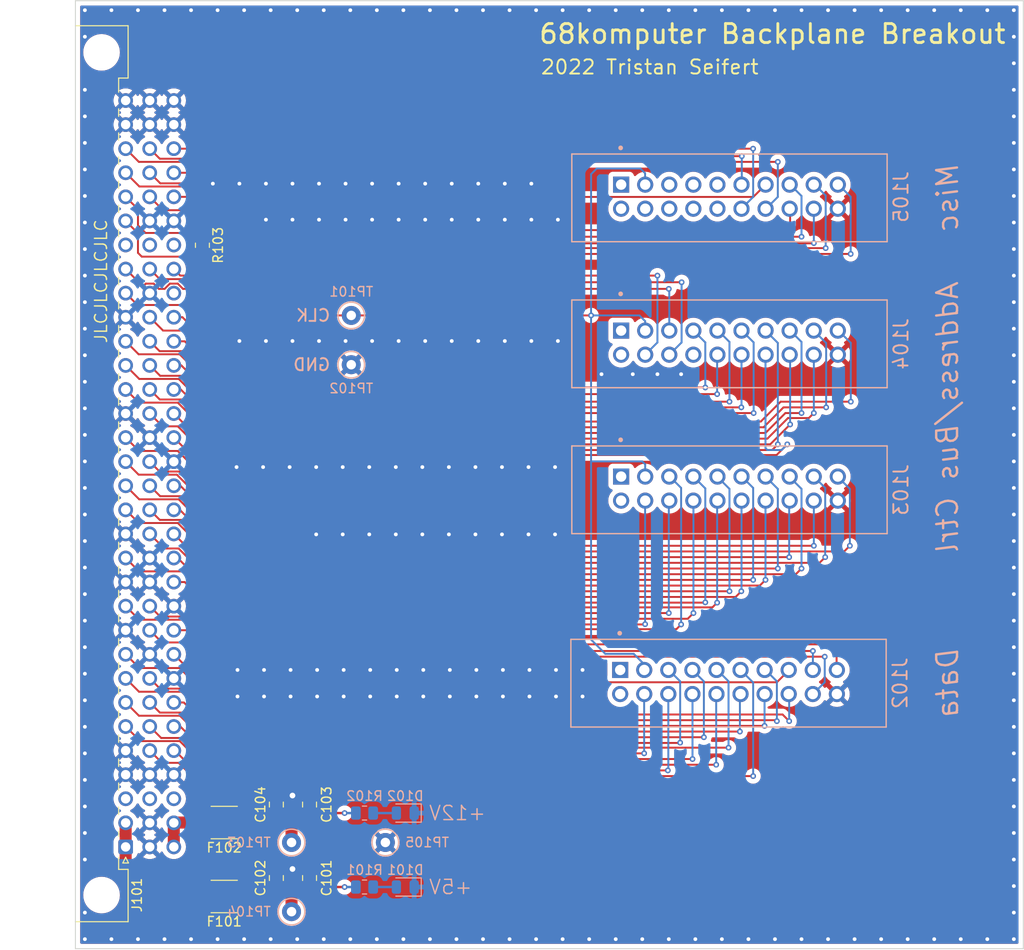
<source format=kicad_pcb>
(kicad_pcb (version 20211014) (generator pcbnew)
  (layers (0 "F.Cu" signal) (31 "B.Cu" signal) (34 "B.Paste" user) (35 "F.Paste" user) (36 "B.SilkS" user "B.Silkscreen") (37 "F.SilkS" user "F.Silkscreen") (38 "B.Mask" user) (39 "F.Mask" user) (44 "Edge.Cuts" user))
  (net 0 "")
  (net 1 "+5V")
  (net 2 "GND")
  (net 3 "+12V")
  (net 4 "Net-(D101-Pad2)")
  (net 5 "Net-(D102-Pad2)")
  (net 6 "Net-(F101-Pad2)")
  (net 7 "Net-(F102-Pad2)")
  (net 8 "/I2C_SCL")
  (net 9 "/D9")
  (net 10 "/D10")
  (net 11 "/D7")
  (net 12 "/D6")
  (net 13 "/D2")
  (net 14 "/A23")
  (net 15 "/A20")
  (net 16 "/A13")
  (net 17 "/A14")
  (net 18 "/A11")
  (net 19 "/A7")
  (net 20 "/A5")
  (net 21 "/R{slash}~{W}")
  (net 22 "/CLK")
  (net 23 "/FC1")
  (net 25 "/~{IRQ_IN}")
  (net 26 "/~{IRQ_OUT}")
  (net 27 "/~{RESET}")
  (net 28 "/~{IACK}")
  (net 29 "/~{I2C_IRQ}")
  (net 30 "/D8")
  (net 31 "/D11")
  (net 32 "/D14")
  (net 33 "/D5")
  (net 34 "/D4")
  (net 35 "/D0")
  (net 36 "/A21")
  (net 37 "/A15")
  (net 38 "/A16")
  (net 39 "/A10")
  (net 40 "/A9")
  (net 41 "/A4")
  (net 42 "/A3")
  (net 43 "/~{LDS}")
  (net 44 "/~{DTACK}")
  (net 45 "/FC0")
  (net 47 "/~{BG}")
  (net 48 "/~{BR}")
  (net 49 "/~{IRQ}")
  (net 50 "/I2C_SDA")
  (net 51 "/D13")
  (net 52 "/D15")
  (net 53 "/D12")
  (net 54 "/D3")
  (net 55 "/D1")
  (net 56 "/A22")
  (net 57 "/A19")
  (net 58 "/A17")
  (net 59 "/A18")
  (net 60 "/A12")
  (net 61 "/A8")
  (net 62 "/A6")
  (net 63 "/A2")
  (net 64 "/A1")
  (net 65 "/~{UDS}")
  (net 66 "/~{AS}")
  (net 68 "/FC2")
  (net 70 "/~{HALT}")
  (net 71 "/~{BGACK}")
  (net 72 "/~{BERR}")
  (footprint "Capacitor_SMD:C_0805_2012Metric" (layer "F.Cu") (at 41.2 112.55 90)
    (fp_text reference "C102")
    (fp_text value "100nF" hide)
  )
  (footprint "Capacitor_SMD:C_0805_2012Metric" (layer "F.Cu") (at 41.2 104.8 90)
    (fp_text reference "C104")
    (fp_text value "100nF" hide)
  )
  (footprint "Fuse:Fuse_1812_4532Metric" (layer "F.Cu") (at 35.7 114.5 180)
    (fp_text reference "F101")
    (fp_text value "100mA")
  )
  (footprint "Resistor_SMD:R_0805_2012Metric" (layer "F.Cu") (at 33.4 45.8 -90)
    (fp_text reference "R103")
    (fp_text value "0R" hide)
  )
  (footprint "Capacitor_SMD:C_0805_2012Metric" (layer "F.Cu") (at 44.7 104.8 90)
    (fp_text reference "C103")
    (fp_text value "1µF" hide)
  )
  (footprint "Capacitor_SMD:C_0805_2012Metric" (layer "F.Cu") (at 44.7 112.55 90)
    (fp_text reference "C101")
    (fp_text value "1µF" hide)
  )
  (footprint "Fuse:Fuse_1812_4532Metric" (layer "F.Cu") (at 35.7 106.7 180)
    (fp_text reference "F102")
    (fp_text value "100mA")
  )
  (footprint "Connector_DIN:DIN41612_R_3x32_Male_Horizontal_THT" (layer "F.Cu") (at 25.3 109.27 90)
    (fp_text reference "J101")
    (fp_text value "Backplane")
  )
  (footprint "Resistor_SMD:R_0805_2012Metric" (layer "B.Cu") (at 50.5 113.5 180)
    (fp_text reference "R101")
    (fp_text value "4k7" hide)
  )
  (footprint "68komputer-common:Shrouded_PinHeader_2x10_P2.54mm_Vertical" (layer "B.Cu") (at 89 71.595)
    (fp_text reference "J103")
    (fp_text value "Conn_02x10_Odd_Even" hide)
  )
  (footprint "TestPoint:TestPoint_Keystone_5000-5004_Miniature" (layer "B.Cu") (at 42.8 116.1 90)
    (fp_text reference "TP104")
    (fp_text value "+5V" hide)
  )
  (footprint "TestPoint:TestPoint_Keystone_5000-5004_Miniature" (layer "B.Cu") (at 49.1 53.2 180)
    (fp_text reference "TP101")
    (fp_text value "CLK")
  )
  (footprint "TestPoint:TestPoint_Keystone_5000-5004_Miniature" (layer "B.Cu") (at 42.8 108.8 90)
    (fp_text reference "TP103")
    (fp_text value "+12V" hide)
  )
  (footprint "LED_SMD:LED_0805_2012Metric" (layer "B.Cu") (at 54.8 113.5 180)
    (fp_text reference "D101")
    (fp_text value "Green" hide)
  )
  (footprint "68komputer-common:Shrouded_PinHeader_2x10_P2.54mm_Vertical" (layer "B.Cu") (at 88.9 91.9975)
    (fp_text reference "J102")
    (fp_text value "Conn_02x10_Odd_Even" hide)
  )
  (footprint "TestPoint:TestPoint_Keystone_5000-5004_Miniature" (layer "B.Cu") (at 52.7 108.8 -90)
    (fp_text reference "TP105")
    (fp_text value "GND" hide)
  )
  (footprint "Resistor_SMD:R_0805_2012Metric" (layer "B.Cu") (at 50.5 105.7 180)
    (fp_text reference "R102")
    (fp_text value "10k" hide)
  )
  (footprint "68komputer-common:Shrouded_PinHeader_2x10_P2.54mm_Vertical" (layer "B.Cu") (at 89 56.1975)
    (fp_text reference "J104")
    (fp_text value "Conn_02x10_Odd_Even" hide)
  )
  (footprint "LED_SMD:LED_0805_2012Metric" (layer "B.Cu") (at 54.8 105.7 180)
    (fp_text reference "D102")
    (fp_text value "Green" hide)
  )
  (footprint "TestPoint:TestPoint_Keystone_5000-5004_Miniature" (layer "B.Cu") (at 49.1 58.4)
    (fp_text reference "TP102")
    (fp_text value "GND")
  )
  (footprint "68komputer-common:Shrouded_PinHeader_2x10_P2.54mm_Vertical" (layer "B.Cu") (at 89 40.7975)
    (fp_text reference "J105")
    (fp_text value "Conn_02x10_Odd_Even" hide)
  )
  (gr_line (start 20 20) (end 120 20) (layer "Edge.Cuts") (width 0.1))
  (gr_line (start 120 20) (end 120 120) (layer "Edge.Cuts") (width 0.1))
  (gr_line (start 20 120) (end 20 20) (layer "Edge.Cuts") (width 0.1))
  (gr_line (start 120 120) (end 20 120) (layer "Edge.Cuts") (width 0.1))
  (gr_text "Address/Bus Ctrl" (at 112 63.9 90) (layer "B.SilkS") (effects (font (size 2.2 2.2) (thickness 0.25) italic) (justify mirror)))
  (gr_text "Data" (at 112 91.9 90) (layer "B.SilkS") (effects (font (size 2.2 2.2) (thickness 0.25) italic) (justify mirror)))
  (gr_text "Misc" (at 112 40.7 90) (layer "B.SilkS") (effects (font (size 2.2 2.2) (thickness 0.25) italic) (justify mirror)))
  (gr_text "+12V" (at 57.2 105.7) (layer "B.SilkS") (effects (font (size 1.5 1.5)) (justify right mirror)))
  (gr_text "+5V" (at 57.2 113.5) (layer "B.SilkS") (effects (font (size 1.5 1.5)) (justify right mirror)))
  (gr_text "68komputer Backplane Breakout" (at 118.3 23.5) (layer "F.SilkS") (effects (font (size 2 2) (thickness 0.3)) (justify right)))
  (gr_text "2022 Tristan Seifert" (at 69 27) (layer "F.SilkS") (effects (font (size 1.5 1.5) (thickness 0.2)) (justify left)))
  (gr_text "JLCJLCJLCJLC" (at 22.7 49.6 90) (layer "F.SilkS") (effects (font (size 1.27 1.27))))
  (segment (start 42.8 113.5) (end 38 113.5) (width 1.27) (layer "F.Cu") (net 1))
  (segment (start 44.9 113.5) (end 42.8 113.5) (width 1.27) (layer "F.Cu") (net 1))
  (segment (start 42.8 116.1) (end 42.8 113.5) (width 1.27) (layer "F.Cu") (net 1))
  (segment (start 48.4 113.5) (end 44.9 113.5) (width 0.254) (layer "F.Cu") (net 1))
  (via (at 48.4 113.5) (size 0.6) (drill 0.3) (layers "F.Cu" "B.Cu") (net 1))
  (segment (start 49.5875 113.5) (end 48.4 113.5) (width 0.254) (layer "B.Cu") (net 1))
  (segment (start 42.95 103.85) (end 44.9 103.85) (width 1.27) (layer "F.Cu") (net 2))
  (segment (start 42.9 111.6) (end 41 111.6) (width 1.27) (layer "F.Cu") (net 2))
  (segment (start 41 103.85) (end 42.95 103.85) (width 1.27) (layer "F.Cu") (net 2))
  (segment (start 44.9 111.6) (end 42.9 111.6) (width 1.27) (layer "F.Cu") (net 2))
  (via (at 62.3 93.4) (size 0.8) (drill 0.4) (layers "F.Cu" "B.Cu") (net 2))
  (via (at 70.9 43.1) (size 0.8) (drill 0.4) (layers "F.Cu" "B.Cu") (net 2))
  (via (at 119 57.4) (size 0.8) (drill 0.4) (layers "F.Cu" "B.Cu") (net 2))
  (via (at 62.2 69.2) (size 0.8) (drill 0.4) (layers "F.Cu" "B.Cu") (net 2))
  (via (at 62.5 55.9) (size 0.8) (drill 0.4) (layers "F.Cu" "B.Cu") (net 2))
  (via (at 45.7 55.9) (size 0.8) (drill 0.4) (layers "F.Cu" "B.Cu") (net 2))
  (via (at 119 99.4) (size 0.8) (drill 0.4) (layers "F.Cu" "B.Cu") (net 2))
  (via (at 21 107.8) (size 0.8) (drill 0.4) (layers "F.Cu" "B.Cu") (net 2))
  (via (at 59.7 55.9) (size 0.8) (drill 0.4) (layers "F.Cu" "B.Cu") (net 2))
  (via (at 37.1 90.6) (size 0.8) (drill 0.4) (layers "F.Cu" "B.Cu") (net 2))
  (via (at 45.5 93.4) (size 0.8) (drill 0.4) (layers "F.Cu" "B.Cu") (net 2))
  (via (at 43.4 21) (size 0.8) (drill 0.4) (layers "F.Cu" "B.Cu") (net 2))
  (via (at 45.7 43.1) (size 0.8) (drill 0.4) (layers "F.Cu" "B.Cu") (net 2))
  (via (at 45.5 90.6) (size 0.8) (drill 0.4) (layers "F.Cu" "B.Cu") (net 2))
  (via (at 96.6 21) (size 0.8) (drill 0.4) (layers "F.Cu" "B.Cu") (net 2))
  (via (at 79.8 119) (size 0.8) (drill 0.4) (layers "F.Cu" "B.Cu") (net 2))
  (via (at 42.9 55.9) (size 0.8) (drill 0.4) (layers "F.Cu" "B.Cu") (net 2))
  (via (at 53.9 93.4) (size 0.8) (drill 0.4) (layers "F.Cu" "B.Cu") (net 2))
  (via (at 56.7 93.4) (size 0.8) (drill 0.4) (layers "F.Cu" "B.Cu") (net 2))
  (via (at 70.7 90.6) (size 0.8) (drill 0.4) (layers "F.Cu" "B.Cu") (net 2))
  (via (at 119 26.6) (size 0.8) (drill 0.4) (layers "F.Cu" "B.Cu") (net 2))
  (via (at 53.8 76.3) (size 0.8) (drill 0.4) (layers "F.Cu" "B.Cu") (net 2))
  (via (at 68.6 21) (size 0.8) (drill 0.4) (layers "F.Cu" "B.Cu") (net 2))
  (via (at 40.6 21) (size 0.8) (drill 0.4) (layers "F.Cu" "B.Cu") (net 2))
  (via (at 21 77) (size 0.8) (drill 0.4) (layers "F.Cu" "B.Cu") (net 2))
  (via (at 45.4 69.2) (size 0.8) (drill 0.4) (layers "F.Cu" "B.Cu") (net 2))
  (via (at 59.5 90.6) (size 0.8) (drill 0.4) (layers "F.Cu" "B.Cu") (net 2))
  (via (at 119 35) (size 0.8) (drill 0.4) (layers "F.Cu" "B.Cu") (net 2))
  (via (at 119 46.2) (size 0.8) (drill 0.4) (layers "F.Cu" "B.Cu") (net 2))
  (via (at 59.7 39.3) (size 0.8) (drill 0.4) (layers "F.Cu" "B.Cu") (net 2))
  (via (at 91 119) (size 0.8) (drill 0.4) (layers "F.Cu" "B.Cu") (net 2))
  (via (at 37 69.2) (size 0.8) (drill 0.4) (layers "F.Cu" "B.Cu") (net 2))
  (via (at 119 37.8) (size 0.8) (drill 0.4) (layers "F.Cu" "B.Cu") (net 2))
  (via (at 60.2 119) (size 0.8) (drill 0.4) (layers "F.Cu" "B.Cu") (net 2))
  (via (at 113.4 119) (size 0.8) (drill 0.4) (layers "F.Cu" "B.Cu") (net 2))
  (via (at 119 68.6) (size 0.8) (drill 0.4) (layers "F.Cu" "B.Cu") (net 2))
  (via (at 107.8 119) (size 0.8) (drill 0.4) (layers "F.Cu" "B.Cu") (net 2))
  (via (at 21 21) (size 0.8) (drill 0.4) (layers "F.Cu" "B.Cu") (net 2))
  (via (at 21 32.2) (size 0.8) (drill 0.4) (layers "F.Cu" "B.Cu") (net 2))
  (via (at 119 49) (size 0.8) (drill 0.4) (layers "F.Cu" "B.Cu") (net 2))
  (via (at 21 37.8) (size 0.8) (drill 0.4) (layers "F.Cu" "B.Cu") (net 2))
  (via (at 119 21) (size 0.8) (drill 0.4) (layers "F.Cu" "B.Cu") (net 2))
  (via (at 56.9 55.9) (size 0.8) (drill 0.4) (layers "F.Cu" "B.Cu") (net 2))
  (via (at 68.1 43.1) (size 0.8) (drill 0.4) (layers "F.Cu" "B.Cu") (net 2))
  (via (at 21 46.2) (size 0.8) (drill 0.4) (layers "F.Cu" "B.Cu") (net 2))
  (via (at 46.2 21) (size 0.8) (drill 0.4) (layers "F.Cu" "B.Cu") (net 2))
  (via (at 21 23.8) (size 0.8) (drill 0.4) (layers "F.Cu" "B.Cu") (net 2))
  (via (at 77 21) (size 0.8) (drill 0.4) (layers "F.Cu" "B.Cu") (net 2))
  (via (at 39.8 69.2) (size 0.8) (drill 0.4) (layers "F.Cu" "B.Cu") (net 2))
  (via (at 48.2 69.2) (size 0.8) (drill 0.4) (layers "F.Cu" "B.Cu") (net 2))
  (via (at 48.3 93.4) (size 0.8) (drill 0.4) (layers "F.Cu" "B.Cu") (net 2))
  (via (at 62.5 39.3) (size 0.8) (drill 0.4) (layers "F.Cu" "B.Cu") (net 2))
  (via (at 60.2 21) (size 0.8) (drill 0.4) (layers "F.Cu" "B.Cu") (net 2))
  (via (at 53.9 90.6) (size 0.8) (drill 0.4) (layers "F.Cu" "B.Cu") (net 2))
  (via (at 54.6 21) (size 0.8) (drill 0.4) (layers "F.Cu" "B.Cu") (net 2))
  (via (at 21 82.6) (size 0.8) (drill 0.4) (layers "F.Cu" "B.Cu") (net 2))
  (via (at 51.8 119) (size 0.8) (drill 0.4) (layers "F.Cu" "B.Cu") (net 2))
  (via (at 81.4 59.4) (size 0.8) (drill 0.4) (layers "F.Cu" "B.Cu") (net 2))
  (via (at 68.6 119) (size 0.8) (drill 0.4) (layers "F.Cu" "B.Cu") (net 2))
  (via (at 54.6 119) (size 0.8) (drill 0.4) (layers "F.Cu" "B.Cu") (net 2))
  (via (at 62.5 43.1) (size 0.8) (drill 0.4) (layers "F.Cu" "B.Cu") (net 2))
  (via (at 21 110.6) (size 0.8) (drill 0.4) (layers "F.Cu" "B.Cu") (net 2))
  (via (at 21 57.4) (size 0.8) (drill 0.4) (layers "F.Cu" "B.Cu") (net 2))
  (via (at 119 91) (size 0.8) (drill 0.4) (layers "F.Cu" "B.Cu") (net 2))
  (via (at 37.3 55.9) (size 0.8) (drill 0.4) (layers "F.Cu" "B.Cu") (net 2))
  (via (at 57.4 21) (size 0.8) (drill 0.4) (layers "F.Cu" "B.Cu") (net 2))
  (via (at 35 21) (size 0.8) (drill 0.4) (layers "F.Cu" "B.Cu") (net 2))
  (via (at 21 29.4) (size 0.8) (drill 0.4) (layers "F.Cu" "B.Cu") (net 2))
  (via (at 65.3 39.3) (size 0.8) (drill 0.4) (layers "F.Cu" "B.Cu") (net 2))
  (via (at 63 119) (size 0.8) (drill 0.4) (layers "F.Cu" "B.Cu") (net 2))
  (via (at 51 69.2) (size 0.8) (drill 0.4) (layers "F.Cu" "B.Cu") (net 2))
  (via (at 73.5 93.4) (size 0.8) (drill 0.4) (layers "F.Cu" "B.Cu") (net 2))
  (via (at 46.2 119) (size 0.8) (drill 0.4) (layers "F.Cu" "B.Cu") (net 2))
  (via (at 21 43.4) (size 0.8) (drill 0.4) (layers "F.Cu" "B.Cu") (net 2))
  (via (at 21 85.4) (size 0.8) (drill 0.4) (layers "F.Cu" "B.Cu") (net 2))
  (via (at 21 102.2) (size 0.8) (drill 0.4) (layers "F.Cu" "B.Cu") (net 2))
  (via (at 119 65.8) (size 0.8) (drill 0.4) (layers "F.Cu" "B.Cu") (net 2))
  (via (at 65.8 21) (size 0.8) (drill 0.4) (layers "F.Cu" "B.Cu") (net 2))
  (via (at 35 119) (size 0.8) (drill 0.4) (layers "F.Cu" "B.Cu") (net 2))
  (via (at 59.7 43.1) (size 0.8) (drill 0.4) (layers "F.Cu" "B.Cu") (net 2))
  (via (at 74.2 21) (size 0.8) (drill 0.4) (layers "F.Cu" "B.Cu") (net 2))
  (via (at 82.6 119) (size 0.8) (drill 0.4) (layers "F.Cu" "B.Cu") (net 2))
  (via (at 78.8 59.4) (size 0.8) (drill 0.4) (layers "F.Cu" "B.Cu") (net 2))
  (via (at 85.4 119) (size 0.8) (drill 0.4) (layers "F.Cu" "B.Cu") (net 2))
  (via (at 21 79.8) (size 0.8) (drill 0.4) (layers "F.Cu" "B.Cu") (net 2))
  (via (at 59.4 69.2) (size 0.8) (drill 0.4) (layers "F.Cu" "B.Cu") (net 2))
  (via (at 21 99.4) (size 0.8) (drill 0.4) (layers "F.Cu" "B.Cu") (net 2))
  (via (at 51.3 55.9) (size 0.8) (drill 0.4) (layers "F.Cu" "B.Cu") (net 2))
  (via (at 119 40.6) (size 0.8) (drill 0.4) (layers "F.Cu" "B.Cu") (net 2))
  (via (at 40.1 39.3) (size 0.8) (drill 0.4) (layers "F.Cu" "B.Cu") (net 2))
  (via (at 119 88.2) (size 0.8) (drill 0.4) (layers "F.Cu" "B.Cu") (net 2))
  (via (at 21 54.6) (size 0.8) (drill 0.4) (layers "F.Cu" "B.Cu") (net 2))
  (via (at 21 40.6) (size 0.8) (drill 0.4) (layers "F.Cu" "B.Cu") (net 2))
  (via (at 93.8 21) (size 0.8) (drill 0.4) (layers "F.Cu" "B.Cu") (net 2))
  (via (at 83.9 59.4) (size 0.8) (drill 0.4) (layers "F.Cu" "B.Cu") (net 2))
  (via (at 65.3 43.1) (size 0.8) (drill 0.4) (layers "F.Cu" "B.Cu") (net 2))
  (via (at 79.8 21) (size 0.8) (drill 0.4) (layers "F.Cu" "B.Cu") (net 2))
  (via (at 59.4 76.3) (size 0.8) (drill 0.4) (layers "F.Cu" "B.Cu") (net 2))
  (via (at 51.3 39.3) (size 0.8) (drill 0.4) (layers "F.Cu" "B.Cu") (net 2))
  (via (at 21 71.4) (size 0.8) (drill 0.4) (layers "F.Cu" "B.Cu") (net 2))
  (via (at 51.3 43.1) (size 0.8) (drill 0.4) (layers "F.Cu" "B.Cu") (net 2))
  (via (at 34.5 39.3) (size 0.8) (drill 0.4) (layers "F.Cu" "B.Cu") (net 2))
  (via (at 119 29.4) (size 0.8) (drill 0.4) (layers "F.Cu" "B.Cu") (net 2))
  (via (at 32.2 21) (size 0.8) (drill 0.4) (layers "F.Cu" "B.Cu") (net 2))
  (via (at 21 116.2) (size 0.8) (drill 0.4) (layers "F.Cu" "B.Cu") (net 2))
  (via (at 21 74.2) (size 0.8) (drill 0.4) (layers "F.Cu" "B.Cu") (net 2))
  (via (at 49 119) (size 0.8) (drill 0.4) (layers "F.Cu" "B.Cu") (net 2))
  (via (at 119 116.2) (size 0.8) (drill 0.4) (layers "F.Cu" "B.Cu") (net 2))
  (via (at 56.7 90.6) (size 0.8) (drill 0.4) (layers "F.Cu" "B.Cu") (net 2))
  (via (at 96.6 119) (size 0.8) (drill 0.4) (layers "F.Cu" "B.Cu") (net 2))
  (via (at 119 85.4) (size 0.8) (drill 0.4) (layers "F.Cu" "B.Cu") (net 2))
  (via (at 119 74.2) (size 0.8) (drill 0.4) (layers "F.Cu" "B.Cu") (net 2))
  (via (at 119 102.2) (size 0.8) (drill 0.4) (layers "F.Cu" "B.Cu") (net 2))
  (via (at 57.4 119) (size 0.8) (drill 0.4) (layers "F.Cu" "B.Cu") (net 2))
  (via (at 107.8 21) (size 0.8) (drill 0.4) (layers "F.Cu" "B.Cu") (net 2))
  (via (at 21 65.8) (size 0.8) (drill 0.4) (layers "F.Cu" "B.Cu") (net 2))
  (via (at 42.9 111.6) (size 1.2) (drill 0.6) (layers "F.Cu" "B.Cu") (net 2))
  (via (at 21 105) (size 0.8) (drill 0.4) (layers "F.Cu" "B.Cu") (net 2))
  (via (at 21 35) (size 0.8) (drill 0.4) (layers "F.Cu" "B.Cu") (net 2))
  (via (at 116.2 21) (size 0.8) (drill 0.4) (layers "F.Cu" "B.Cu") (net 2))
  (via (at 26.6 21) (size 0.8) (drill 0.4) (layers "F.Cu" "B.Cu") (net 2))
  (via (at 105 21) (size 0.8) (drill 0.4) (layers "F.Cu" "B.Cu") (net 2))
  (via (at 65.1 90.6) (size 0.8) (drill 0.4) (layers "F.Cu" "B.Cu") (net 2))
  (via (at 56.9 43.1) (size 0.8) (drill 0.4) (layers "F.Cu" "B.Cu") (net 2))
  (via (at 48.5 43.1) (size 0.8) (drill 0.4) (layers "F.Cu" "B.Cu") (net 2))
  (via (at 32.2 119) (size 0.8) (drill 0.4) (layers "F.Cu" "B.Cu") (net 2))
  (via (at 49 21) (size 0.8) (drill 0.4) (layers "F.Cu" "B.Cu") (net 2))
  (via (at 54.1 55.9) (size 0.8) (drill 0.4) (layers "F.Cu" "B.Cu") (net 2))
  (via (at 42.9 39.3) (size 0.8) (drill 0.4) (layers "F.Cu" "B.Cu") (net 2))
  (via (at 119 77) (size 0.8) (drill 0.4) (layers "F.Cu" "B.Cu") (net 2))
  (via (at 51.1 90.6) (size 0.8) (drill 0.4) (layers "F.Cu" "B.Cu") (net 2))
  (via (at 21 63) (size 0.8) (drill 0.4) (layers "F.Cu" "B.Cu") (net 2))
  (via (at 75.5 59.4) (size 0.8) (drill 0.4) (layers "F.Cu" "B.Cu") (net 2))
  (via (at 42.7 93.4) (size 0.8) (drill 0.4) (layers "F.Cu" "B.Cu") (net 2))
  (via (at 42.6 69.2) (size 0.8) (drill 0.4) (layers "F.Cu" "B.Cu") (net 2))
  (via (at 88.2 21) (size 0.8) (drill 0.4) (layers "F.Cu" "B.Cu") (net 2))
  (via (at 119 107.8) (size 0.8) (drill 0.4) (layers "F.Cu" "B.Cu") (net 2))
  (via (at 42.9 43.1) (size 0.8) (drill 0.4) (layers "F.Cu" "B.Cu") (net 2))
  (via (at 116.2 119) (size 0.8) (drill 0.4) (layers "F.Cu" "B.Cu") (net 2))
  (via (at 62.3 90.6) (size 0.8) (drill 0.4) (layers "F.Cu" "B.Cu") (net 2))
  (via (at 56.6 76.3) (size 0.8) (drill 0.4) (layers "F.Cu" "B.Cu") (net 2))
  (via (at 119 82.6) (size 0.8) (drill 0.4) (layers "F.Cu" "B.Cu") (net 2))
  (via (at 119 54.6) (size 0.8) (drill 0.4) (layers "F.Cu" "B.Cu") (net 2))
  (via (at 70.6 76.3) (size 0.8) (drill 0.4) (layers "F.Cu" "B.Cu") (net 2))
  (via (at 67.9 90.6) (size 0.8) (drill 0.4) (layers "F.Cu" "B.Cu") (net 2))
  (via (at 70.9 55.9) (size 0.8) (drill 0.4) (layers "F.Cu" "B.Cu") (net 2))
  (via (at 70.6 69.2) (size 0.8) (drill 0.4) (layers "F.Cu" "B.Cu") (net 2))
  (via (at 37.3 39.3) (size 0.8) (drill 0.4) (layers "F.Cu" "B.Cu") (net 2))
  (via (at 21 51.8) (size 0.8) (drill 0.4) (layers "F.Cu" "B.Cu") (net 2))
  (via (at 37.8 21) (size 0.8) (drill 0.4) (layers "F.Cu" "B.Cu") (net 2))
  (via (at 39.9 93.4) (size 0.8) (drill 0.4) (layers "F.Cu" "B.Cu") (net 2))
  (via (at 42.9 103.85) (size 1.2) (drill 0.6) (layers "F.Cu" "B.Cu") (net 2))
  (via (at 67.8 76.3) (size 0.8) (drill 0.4) (layers "F.Cu" "B.Cu") (net 2))
  (via (at 59.5 93.4) (size 0.8) (drill 0.4) (layers "F.Cu" "B.Cu") (net 2))
  (via (at 21 49) (size 0.8) (drill 0.4) (layers "F.Cu" "B.Cu") (net 2))
  (via (at 119 93.8) (size 0.8) (drill 0.4) (layers "F.Cu" "B.Cu") (net 2))
  (via (at 21 68.6) (size 0.8) (drill 0.4) (layers "F.Cu" "B.Cu") (net 2))
  (via (at 119 63) (size 0.8) (drill 0.4) (layers "F.Cu" "B.Cu") (net 2))
  (via (at 119 23.8) (size 0.8) (drill 0.4) (layers "F.Cu" "B.Cu") (net 2))
  (via (at 51 76.3) (size 0.8) (drill 0.4) (layers "F.Cu" "B.Cu") (net 2))
  (via (at 119 105) (size 0.8) (drill 0.4) (layers "F.Cu" "B.Cu") (net 2))
  (via (at 119 119) (size 0.8) (drill 0.4) (layers "F.Cu" "B.Cu") (net 2))
  (via (at 85.4 21) (size 0.8) (drill 0.4) (layers "F.Cu" "B.Cu") (net 2))
  (via (at 29.4 119) (size 0.8) (drill 0.4) (layers "F.Cu" "B.Cu") (net 2))
  (via (at 91 21) (size 0.8) (drill 0.4) (layers "F.Cu" "B.Cu") (net 2))
  (via (at 102.2 21) (size 0.8) (drill 0.4) (layers "F.Cu" "B.Cu") (net 2))
  (via (at 45.4 76.3) (size 0.8) (drill 0.4) (layers "F.Cu" "B.Cu") (net 2))
  (via (at 74.2 119) (size 0.8) (drill 0.4) (layers "F.Cu" "B.Cu") (net 2))
  (via (at 65.1 93.4) (size 0.8) (drill 0.4) (layers "F.Cu" "B.Cu") (net 2))
  (via (at 21 96.6) (size 0.8) (drill 0.4) (layers "F.Cu" "B.Cu") (net 2))
  (via (at 119 43.4) (size 0.8) (drill 0.4) (layers "F.Cu" "B.Cu") (net 2))
  (via (at 42.7 90.6) (size 0.8) (drill 0.4) (layers "F.Cu" "B.Cu") (net 2))
  (via (at 113.4 21) (size 0.8) (drill 0.4) (layers "F.Cu" "B.Cu") (net 2))
  (via (at 37.8 119) (size 0.8) (drill 0.4) (layers "F.Cu" "B.Cu") (net 2))
  (via (at 48.2 76.3) (size 0.8) (drill 0.4) (layers "F.Cu" "B.Cu") (net 2))
  (via (at 71.4 21) (size 0.8) (drill 0.4) (layers "F.Cu" "B.Cu") (net 2))
  (via (at 67.8 69.2) (size 0.8) (drill 0.4) (layers "F.Cu" "B.Cu") (net 2))
  (via (at 93.8 119) (size 0.8) (drill 0.4) (layers "F.Cu" "B.Cu") (net 2))
  (via (at 65 69.2) (size 0.8) (drill 0.4) (layers "F.Cu" "B.Cu") (net 2))
  (via (at 65.8 119) (size 0.8) (drill 0.4) (layers "F.Cu" "B.Cu") (net 2))
  (via (at 70.7 93.4) (size 0.8) (drill 0.4) (layers "F.Cu" "B.Cu") (net 2))
  (via (at 40.1 43.1) (size 0.8) (drill 0.4) (layers "F.Cu" "B.Cu") (net 2))
  (via (at 68.1 39.3) (size 0.8) (drill 0.4) (layers "F.Cu" "B.Cu") (net 2))
  (via (at 68.1 55.9) (size 0.8) (drill 0.4) (layers "F.Cu" "B.Cu") (net 2))
  (via (at 119 71.4) (size 0.8) (drill 0.4) (layers "F.Cu" "B.Cu") (net 2))
  (via (at 40.1 55.9) (size 0.8) (drill 0.4) (layers "F.Cu" "B.Cu") (net 2))
  (via (at 21 91) (size 0.8) (drill 0.4) (layers "F.Cu" "B.Cu") (net 2))
  (via (at 99.4 119) (size 0.8) (drill 0.4) (layers "F.Cu" "B.Cu") (net 2))
  (via (at 56.9 39.3) (size 0.8) (drill 0.4) (layers "F.Cu" "B.Cu") (net 2))
  (via (at 119 113.4) (size 0.8) (drill 0.4) (layers "F.Cu" "B.Cu") (net 2))
  (via (at 105 119) (size 0.8) (drill 0.4) (layers "F.Cu" "B.Cu") (net 2))
  (via (at 119 96.6) (size 0.8) (drill 0.4) (layers "F.Cu" "B.Cu") (net 2))
  (via (at 53.8 69.2) (size 0.8) (drill 0.4) (layers "F.Cu" "B.Cu") (net 2))
  (via (at 65 76.3) (size 0.8) (drill 0.4) (layers "F.Cu" "B.Cu") (net 2))
  (via (at 62.2 76.3) (size 0.8) (drill 0.4) (layers "F.Cu" "B.Cu") (net 2))
  (via (at 39.9 90.6) (size 0.8) (drill 0.4) (layers "F.Cu" "B.Cu") (net 2))
  (via (at 51.1 93.4) (size 0.8) (drill 0.4) (layers "F.Cu" "B.Cu") (net 2))
  (via (at 54.1 39.3) (size 0.8) (drill 0.4) (layers "F.Cu" "B.Cu") (net 2))
  (via (at 54.1 43.1) (size 0.8) (drill 0.4) (layers "F.Cu" "B.Cu") (net 2))
  (via (at 119 51.8) (size 0.8) (drill 0.4) (layers "F.Cu" "B.Cu") (net 2))
  (via (at 77 119) (size 0.8) (drill 0.4) (layers "F.Cu" "B.Cu") (net 2))
  (via (at 45.7 39.3) (size 0.8) (drill 0.4) (layers "F.Cu" "B.Cu") (net 2))
  (via (at 48.5 55.9) (size 0.8) (drill 0.4) (layers "F.Cu" "B.Cu") (net 2))
  (via (at 23.8 21) (size 0.8) (drill 0.4) (layers "F.Cu" "B.Cu") (net 2))
  (via (at 21 93.8) (size 0.8) (drill 0.4) (layers "F.Cu" "B.Cu") (net 2))
  (via (at 21 60.2) (size 0.8) (drill 0.4) (layers "F.Cu" "B.Cu") (net 2))
  (via (at 102.2 119) (size 0.8) (drill 0.4) (layers "F.Cu" "B.Cu") (net 2))
  (via (at 119 79.8) (size 0.8) (drill 0.4) (layers "F.Cu" "B.Cu") (net 2))
  (via (at 40.6 119) (size 0.8) (drill 0.4) (layers "F.Cu" "B.Cu") (net 2))
  (via (at 110.6 21) (size 0.8) (drill 0.4) (layers "F.Cu" "B.Cu") (net 2))
  (via (at 88.2 119) (size 0.8) (drill 0.4) (layers "F.Cu" "B.Cu") (net 2))
  (via (at 51.8 21) (size 0.8) (drill 0.4) (layers "F.Cu" "B.Cu") (net 2))
  (via (at 99.4 21) (size 0.8) (drill 0.4) (layers "F.Cu" "B.Cu") (net 2))
  (via (at 119 110.6) (size 0.8) (drill 0.4) (layers "F.Cu" "B.Cu") (net 2))
  (via (at 48.3 90.6) (size 0.8) (drill 0.4) (layers "F.Cu" "B.Cu") (net 2))
  (via (at 71.4 119) (size 0.8) (drill 0.4) (layers "F.Cu" "B.Cu") (net 2))
  (via (at 119 32.2) (size 0.8) (drill 0.4) (layers "F.Cu" "B.Cu") (net 2))
  (via (at 67.9 93.4) (size 0.8) (drill 0.4) (layers "F.Cu" "B.Cu") (net 2))
  (via (at 65.3 55.9) (size 0.8) (drill 0.4) (layers "F.Cu" "B.Cu") (net 2))
  (via (at 29.4 21) (size 0.8) (drill 0.4) (layers "F.Cu" "B.Cu") (net 2))
  (via (at 37.1 93.4) (size 0.8) (drill 0.4) (layers "F.Cu" "B.Cu") (net 2))
  (via (at 63 21) (size 0.8) (drill 0.4) (layers "F.Cu" "B.Cu") (net 2))
  (via (at 73.5 90.6) (size 0.8) (drill 0.4) (layers "F.Cu" "B.Cu") (net 2))
  (via (at 119 60.2) (size 0.8) (drill 0.4) (layers "F.Cu" "B.Cu") (net 2))
  (via (at 43.4 119) (size 0.8) (drill 0.4) (layers "F.Cu" "B.Cu") (net 2))
  (via (at 110.6 119) (size 0.8) (drill 0.4) (layers "F.Cu" "B.Cu") (net 2))
  (via (at 21 88.2) (size 0.8) (drill 0.4) (layers "F.Cu" "B.Cu") (net 2))
  (via (at 21 119) (size 0.8) (drill 0.4) (layers "F.Cu" "B.Cu") (net 2))
  (via (at 48.5 39.3) (size 0.8) (drill 0.4) (layers "F.Cu" "B.Cu") (net 2))
  (via (at 26.6 119) (size 0.8) (drill 0.4) (layers "F.Cu" "B.Cu") (net 2))
  (via (at 56.6 69.2) (size 0.8) (drill 0.4) (layers "F.Cu" "B.Cu") (net 2))
  (via (at 82.6 21) (size 0.8) (drill 0.4) (layers "F.Cu" "B.Cu") (net 2))
  (via (at 23.8 119) (size 0.8) (drill 0.4) (layers "F.Cu" "B.Cu") (net 2))
  (segment (start 42.8 105.9) (end 42.95 105.75) (width 1.27) (layer "F.Cu") (net 3))
  (segment (start 44.9 105.75) (end 42.95 105.75) (width 1.27) (layer "F.Cu") (net 3))
  (segment (start 42.95 105.75) (end 38.05 105.75) (width 1.27) (layer "F.Cu") (net 3))
  (segment (start 48.4 105.7) (end 44.8 105.7) (width 0.254) (layer "F.Cu") (net 3))
  (segment (start 42.8 108.8) (end 42.8 105.9) (width 1.27) (layer "F.Cu") (net 3))
  (via (at 48.4 105.7) (size 0.6) (drill 0.3) (layers "F.Cu" "B.Cu") (net 3))
  (segment (start 49.5875 105.7) (end 48.4 105.7) (width 0.254) (layer "B.Cu") (net 3))
  (segment (start 51.4125 113.5) (end 53.9 113.5) (width 0.254) (layer "B.Cu") (net 4))
  (segment (start 51.4125 105.7) (end 53.9 105.7) (width 0.254) (layer "B.Cu") (net 5))
  (segment (start 32.2 114.4) (end 33.4 114.4) (width 1.27) (layer "F.Cu") (net 6))
  (segment (start 32.2 114.4) (end 32.5 114.4) (width 1.27) (layer "F.Cu") (net 6))
  (segment (start 25.3 106.73) (end 25.3 111.4) (width 1.27) (layer "F.Cu") (net 6))
  (segment (start 28.3 114.4) (end 32.2 114.4) (width 1.27) (layer "F.Cu") (net 6))
  (segment (start 25.3 111.4) (end 28.3 114.4) (width 1.27) (layer "F.Cu") (net 6))
  (segment (start 30.38 106.72) (end 30.4 106.7) (width 1.27) (layer "F.Cu") (net 7))
  (segment (start 30.38 109.27) (end 30.38 106.72) (width 1.27) (layer "F.Cu") (net 7))
  (segment (start 30.4 106.7) (end 33.4 106.7) (width 1.27) (layer "F.Cu") (net 7))
  (segment (start 31.006889 98.106889) (end 26.836889 98.106889) (width 0.2032) (layer "F.Cu") (net 9))
  (segment (start 33.5 100.6) (end 31.006889 98.106889) (width 0.2032) (layer "F.Cu") (net 9))
  (segment (start 87.6 100.6) (end 33.5 100.6) (width 0.2032) (layer "F.Cu") (net 9))
  (segment (start 26.836889 98.106889) (end 25.3 96.57) (width 0.2032) (layer "F.Cu") (net 9))
  (via (at 87.6 100.6) (size 0.6) (drill 0.3) (layers "F.Cu" "B.Cu") (net 9))
  (segment (start 87.6 100.6) (end 87.6 93.2) (width 0.2032) (layer "B.Cu") (net 9))
  (segment (start 34.4 98.8) (end 31.02972 95.42972) (width 0.2032) (layer "F.Cu") (net 10))
  (segment (start 31.02972 95.42972) (end 26.69972 95.42972) (width 0.2032) (layer "F.Cu") (net 10))
  (segment (start 88.9 98.8) (end 34.4 98.8) (width 0.2032) (layer "F.Cu") (net 10))
  (segment (start 26.69972 95.42972) (end 25.3 94.03) (width 0.2032) (layer "F.Cu") (net 10))
  (via (at 88.9 98.8) (size 0.6) (drill 0.3) (layers "F.Cu" "B.Cu") (net 10))
  (segment (start 88.9 98.8) (end 88.9 91.8) (width 0.2032) (layer "B.Cu") (net 10))
  (segment (start 88.9 91.8) (end 87.7 90.6) (width 0.2032) (layer "B.Cu") (net 10))
  (segment (start 26.71 92.9) (end 25.3 91.49) (width 0.2032) (layer "F.Cu") (net 11))
  (segment (start 90.1 97.1) (end 35.4 97.1) (width 0.2032) (layer "F.Cu") (net 11))
  (segment (start 31.2 92.9) (end 26.71 92.9) (width 0.2032) (layer "F.Cu") (net 11))
  (segment (start 35.4 97.1) (end 31.2 92.9) (width 0.2032) (layer "F.Cu") (net 11))
  (via (at 90.1 97.1) (size 0.6) (drill 0.3) (layers "F.Cu" "B.Cu") (net 11))
  (segment (start 90.1 97.1) (end 90.1 93.2) (width 0.2032) (layer "B.Cu") (net 11))
  (segment (start 31 90.4) (end 36.5 95.9) (width 0.2032) (layer "F.Cu") (net 12))
  (segment (start 93.9 95.9) (end 94 96) (width 0.2032) (layer "F.Cu") (net 12))
  (segment (start 26.75 90.4) (end 31 90.4) (width 0.2032) (layer "F.Cu") (net 12))
  (segment (start 36.5 95.9) (end 93.9 95.9) (width 0.2032) (layer "F.Cu") (net 12))
  (segment (start 25.3 88.95) (end 26.75 90.4) (width 0.2032) (layer "F.Cu") (net 12))
  (via (at 94 96) (size 0.6) (drill 0.3) (layers "F.Cu" "B.Cu") (net 12))
  (segment (start 94 96) (end 94 91.8) (width 0.2032) (layer "B.Cu") (net 12))
  (segment (start 94 91.8) (end 92.8 90.6) (width 0.2032) (layer "B.Cu") (net 12))
  (segment (start 35.2 88.6) (end 97.8 88.6) (width 0.2032) (layer "F.Cu") (net 13))
  (segment (start 25.3 83.87) (end 26.73 85.3) (width 0.2032) (layer "F.Cu") (net 13))
  (segment (start 26.73 85.3) (end 31.9 85.3) (width 0.2032) (layer "F.Cu") (net 13))
  (segment (start 31.9 85.3) (end 35.2 88.6) (width 0.2032) (layer "F.Cu") (net 13))
  (via (at 97.8 88.6) (size 0.6) (drill 0.3) (layers "F.Cu" "B.Cu") (net 13))
  (segment (start 97.8 88.6) (end 97.8 90.5) (width 0.2032) (layer "B.Cu") (net 13))
  (segment (start 80.1 85.7719) (end 80.0719 85.8) (width 0.2032) (layer "F.Cu") (net 14))
  (segment (start 36.9 85.8) (end 31.3 80.2) (width 0.2032) (layer "F.Cu") (net 14))
  (segment (start 31.3 80.2) (end 26.71 80.2) (width 0.2032) (layer "F.Cu") (net 14))
  (segment (start 26.71 80.2) (end 25.3 78.79) (width 0.2032) (layer "F.Cu") (net 14))
  (segment (start 80.0719 85.8) (end 36.9 85.8) (width 0.2032) (layer "F.Cu") (net 14))
  (via (at 80.1 85.7719) (size 0.6) (drill 0.3) (layers "F.Cu" "B.Cu") (net 14))
  (segment (start 80.1 85.7719) (end 80.1 72.8) (width 0.2032) (layer "B.Cu") (net 14))
  (segment (start 32.8 77.1) (end 39.1 83.4) (width 0.2032) (layer "F.Cu") (net 15))
  (segment (start 25.3 73.71) (end 26.69 75.1) (width 0.2032) (layer "F.Cu") (net 15))
  (segment (start 39.2 83.5) (end 86.3719 83.5) (width 0.2032) (layer "F.Cu") (net 15))
  (segment (start 30.8 75.1) (end 32.8 77.1) (width 0.2032) (layer "F.Cu") (net 15))
  (segment (start 26.69 75.1) (end 30.8 75.1) (width 0.2032) (layer "F.Cu") (net 15))
  (segment (start 39.1 83.4) (end 39.2 83.5) (width 0.2032) (layer "F.Cu") (net 15))
  (segment (start 86.3719 83.5) (end 86.4 83.4719) (width 0.2032) (layer "F.Cu") (net 15))
  (via (at 86.45 83.4719) (size 0.6) (drill 0.3) (layers "F.Cu" "B.Cu") (net 15))
  (segment (start 86.45 71.45) (end 85.2 70.2) (width 0.2032) (layer "B.Cu") (net 15))
  (segment (start 86.45 83.4219) (end 86.45 71.45) (width 0.2032) (layer "B.Cu") (net 15))
  (segment (start 26.73 72.6) (end 25.3 71.17) (width 0.2032) (layer "F.Cu") (net 16))
  (segment (start 92.2 81.7) (end 40 81.7) (width 0.2032) (layer "F.Cu") (net 16))
  (segment (start 40 81.7) (end 30.9 72.6) (width 0.2032) (layer "F.Cu") (net 16))
  (segment (start 30.9 72.6) (end 26.73 72.6) (width 0.2032) (layer "F.Cu") (net 16))
  (segment (start 92.8 81.1) (end 92.2 81.7) (width 0.2032) (layer "F.Cu") (net 16))
  (via (at 92.8 81.1) (size 0.6) (drill 0.3) (layers "F.Cu" "B.Cu") (net 16))
  (segment (start 92.8 81.1) (end 92.8 72.8) (width 0.2032) (layer "B.Cu") (net 16))
  (segment (start 26.67 70) (end 30.7 70) (width 0.2032) (layer "F.Cu") (net 17))
  (segment (start 40.6 79.9) (end 94.1 79.9) (width 0.2032) (layer "F.Cu") (net 17))
  (segment (start 25.3 68.63) (end 26.67 70) (width 0.2032) (layer "F.Cu") (net 17))
  (segment (start 30.7 70) (end 40.6 79.9) (width 0.2032) (layer "F.Cu") (net 17))
  (via (at 94.1 79.9) (size 0.6) (drill 0.3) (layers "F.Cu" "B.Cu") (net 17))
  (segment (start 94.1 79.9) (end 94.1 71.5) (width 0.2032) (layer "B.Cu") (net 17))
  (segment (start 94.1 71.5) (end 92.8 70.2) (width 0.2032) (layer "B.Cu") (net 17))
  (segment (start 26.71 67.5) (end 30.8 67.5) (width 0.2032) (layer "F.Cu") (net 18))
  (segment (start 25.3 66.09) (end 26.71 67.5) (width 0.2032) (layer "F.Cu") (net 18))
  (segment (start 42 78.7) (end 95.3 78.7) (width 0.2032) (layer "F.Cu") (net 18))
  (segment (start 30.8 67.5) (end 42 78.7) (width 0.2032) (layer "F.Cu") (net 18))
  (via (at 95.3 78.7) (size 0.6) (drill 0.3) (layers "F.Cu" "B.Cu") (net 18))
  (segment (start 95.3 78.7) (end 95.3 72.8) (width 0.2032) (layer "B.Cu") (net 18))
  (segment (start 30.8 62.4) (end 26.69 62.4) (width 0.2032) (layer "F.Cu") (net 19))
  (segment (start 93.5 67.4) (end 35.8 67.4) (width 0.2032) (layer "F.Cu") (net 19))
  (segment (start 35.8 67.4) (end 30.8 62.4) (width 0.2032) (layer "F.Cu") (net 19))
  (segment (start 26.69 62.4) (end 25.3 61.01) (width 0.2032) (layer "F.Cu") (net 19))
  (segment (start 94.1 66.8) (end 93.5 67.4) (width 0.2032) (layer "F.Cu") (net 19))
  (via (at 94.1 66.8) (size 0.6) (drill 0.3) (layers "F.Cu" "B.Cu") (net 19))
  (segment (start 94.1 56.1) (end 92.8 54.8) (width 0.2032) (layer "B.Cu") (net 19))
  (segment (start 94.1 66.8) (end 94.1 56.1) (width 0.2032) (layer "B.Cu") (net 19))
  (segment (start 94.9 63.5) (end 92.8 65.6) (width 0.2032) (layer "F.Cu") (net 20))
  (segment (start 26.73 59.9) (end 25.3 58.47) (width 0.2032) (layer "F.Cu") (net 20))
  (segment (start 92.8 65.6) (end 36.6 65.6) (width 0.2032) (layer "F.Cu") (net 20))
  (segment (start 36.6 65.6) (end 30.9 59.9) (width 0.2032) (layer "F.Cu") (net 20))
  (segment (start 30.9 59.9) (end 26.73 59.9) (width 0.2032) (layer "F.Cu") (net 20))
  (segment (start 96.6 63.5) (end 94.9 63.5) (width 0.2032) (layer "F.Cu") (net 20))
  (via (at 96.6 63.5) (size 0.6) (drill 0.3) (layers "F.Cu" "B.Cu") (net 20))
  (segment (start 96.6 63.5) (end 96.6 56) (width 0.2032) (layer "B.Cu") (net 20))
  (segment (start 96.6 56) (end 95.4 54.8) (width 0.2032) (layer "B.Cu") (net 20))
  (segment (start 37.2 63.5) (end 31 57.3) (width 0.2032) (layer "F.Cu") (net 21))
  (segment (start 26.67 57.3) (end 25.3 55.93) (width 0.2032) (layer "F.Cu") (net 21))
  (segment (start 91.5 63.5) (end 37.2 63.5) (width 0.2032) (layer "F.Cu") (net 21))
  (segment (start 31 57.3) (end 26.67 57.3) (width 0.2032) (layer "F.Cu") (net 21))
  (via (at 91.55 63.5) (size 0.6) (drill 0.3) (layers "F.Cu" "B.Cu") (net 21))
  (segment (start 91.55 56.05) (end 90.3 54.8) (width 0.2032) (layer "B.Cu") (net 21))
  (segment (start 91.55 63.45) (end 91.55 56.05) (width 0.2032) (layer "B.Cu") (net 21))
  (segment (start 54.2 53.2) (end 74.4 53.2) (width 0.2032) (layer "F.Cu") (net 22))
  (segment (start 26.55 52.1) (end 35.2 52.1) (width 0.2032) (layer "F.Cu") (net 22))
  (segment (start 35.2 52.1) (end 36.3 53.2) (width 0.2032) (layer "F.Cu") (net 22))
  (segment (start 25.3 50.85) (end 26.55 52.1) (width 0.2032) (layer "F.Cu") (net 22))
  (segment (start 54.2 53.2) (end 49.1 53.2) (width 0.2032) (layer "F.Cu") (net 22))
  (segment (start 36.3 53.2) (end 49.1 53.2) (width 0.2032) (layer "F.Cu") (net 22))
  (via (at 74.4 53.2) (size 0.6) (drill 0.3) (layers "F.Cu" "B.Cu") (net 22))
  (segment (start 74.4 38.3) (end 75 37.7) (width 0.2032) (layer "B.Cu") (net 22))
  (segment (start 80.1 38.2) (end 80.1 39.4) (width 0.2032) (layer "B.Cu") (net 22))
  (segment (start 80 90) (end 80 90.6) (width 0.2032) (layer "B.Cu") (net 22))
  (segment (start 74.4 53.2) (end 74.4 38.3) (width 0.2032) (layer "B.Cu") (net 22))
  (segment (start 74.4 68.6) (end 74.4 87.4) (width 0.2032) (layer "B.Cu") (net 22))
  (segment (start 80.11 54.8025) (end 80.11 53.81) (width 0.2032) (layer "B.Cu") (net 22))
  (segment (start 80.11 70.2) (end 80.11 68.91) (width 0.2032) (layer "B.Cu") (net 22))
  (segment (start 79.6 37.7) (end 80.1 38.2) (width 0.2032) (layer "B.Cu") (net 22))
  (segment (start 74.4 87.4) (end 75.9 88.9) (width 0.2032) (layer "B.Cu") (net 22))
  (segment (start 80.11 68.91) (end 79.8 68.6) (width 0.2032) (layer "B.Cu") (net 22))
  (segment (start 75 37.7) (end 79.6 37.7) (width 0.2032) (layer "B.Cu") (net 22))
  (segment (start 74.4 53.2) (end 74.4 68.6) (width 0.2032) (layer "B.Cu") (net 22))
  (segment (start 75.9 88.9) (end 78.9 88.9) (width 0.2032) (layer "B.Cu") (net 22))
  (segment (start 78.9 88.9) (end 80 90) (width 0.2032) (layer "B.Cu") (net 22))
  (segment (start 79.8 68.6) (end 74.4 68.6) (width 0.2032) (layer "B.Cu") (net 22))
  (segment (start 80.11 53.81) (end 79.5 53.2) (width 0.2032) (layer "B.Cu") (net 22))
  (segment (start 79.5 53.2) (end 74.4 53.2) (width 0.2032) (layer "B.Cu") (net 22))
  (segment (start 30.795503 49.846889) (end 29.964497 49.846889) (width 0.2032) (layer "F.Cu") (net 23))
  (segment (start 28.255503 49.846889) (end 27.424497 49.846889) (width 0.2032) (layer "F.Cu") (net 23))
  (segment (start 82.6 50.4) (end 31.348614 50.4) (width 0.2032) (layer "F.Cu") (net 23))
  (segment (start 29.411386 50.4) (end 28.808614 50.4) (width 0.2032) (layer "F.Cu") (net 23))
  (segment (start 29.964497 49.846889) (end 29.411386 50.4) (width 0.2032) (layer "F.Cu") (net 23))
  (segment (start 27.424497 49.846889) (end 27.130693 50.140693) (width 0.2032) (layer "F.Cu") (net 23))
  (segment (start 28.808614 50.4) (end 28.255503 49.846889) (width 0.2032) (layer "F.Cu") (net 23))
  (segment (start 31.348614 50.4) (end 30.795503 49.846889) (width 0.2032) (layer "F.Cu") (net 23))
  (segment (start 27.130693 50.140693) (end 25.3 48.31) (width 0.2032) (layer "F.Cu") (net 23))
  (via (at 82.6 50.4) (size 0.6) (drill 0.3) (layers "F.Cu" "B.Cu") (net 23))
  (segment (start 82.6 50.4) (end 82.65 50.45) (width 0.2032) (layer "B.Cu") (net 23))
  (segment (start 82.65 50.45) (end 82.65 54.8025) (width 0.2032) (layer "B.Cu") (net 23))
  (segment (start 26.6 46.6) (end 27 47) (width 0.2032) (layer "F.Cu") (net 25))
  (segment (start 33.4 46.7125) (end 101.7875 46.7125) (width 0.2032) (layer "F.Cu") (net 25))
  (segment (start 27 47) (end 33.4 47) (width 0.2032) (layer "F.Cu") (net 25))
  (segment (start 26.6 44.53) (end 26.6 46.6) (width 0.2032) (layer "F.Cu") (net 25))
  (segment (start 25.3 43.23) (end 26.6 44.53) (width 0.2032) (layer "F.Cu") (net 25))
  (via (at 101.7875 46.7125) (size 0.6) (drill 0.3) (layers "F.Cu" "B.Cu") (net 25))
  (segment (start 101.7875 46.7125) (end 101.7875 40.6875) (width 0.2032) (layer "B.Cu") (net 25))
  (segment (start 101.7875 40.6875) (end 100.5 39.4) (width 0.2032) (layer "B.Cu") (net 25))
  (segment (start 27.1 44.2) (end 27.4 44.5) (width 0.2032) (layer "F.Cu") (net 26))
  (segment (start 30.9 44.5) (end 32.9 44.5) (width 0.2032) (layer "F.Cu") (net 26))
  (segment (start 26.6 41.99) (end 26.6 43.5) (width 0.2032) (layer "F.Cu") (net 26))
  (segment (start 26.6 43.7) (end 27.1 44.2) (width 0.2032) (layer "F.Cu") (net 26))
  (segment (start 25.3 40.69) (end 26.6 41.99) (width 0.2032) (layer "F.Cu") (net 26))
  (segment (start 32.9 44.5) (end 33.3 44.9) (width 0.2032) (layer "F.Cu") (net 26))
  (segment (start 27.4 44.5) (end 30.9 44.5) (width 0.2032) (layer "F.Cu") (net 26))
  (segment (start 26.6 43.5) (end 26.6 43.7) (width 0.2032) (layer "F.Cu") (net 26))
  (segment (start 32.1 39.6) (end 37.4 44.9) (width 0.2032) (layer "F.Cu") (net 27))
  (segment (start 37.4 44.9) (end 96.6 44.9) (width 0.2032) (layer "F.Cu") (net 27))
  (segment (start 25.3 38.15) (end 26.75 39.6) (width 0.2032) (layer "F.Cu") (net 27))
  (segment (start 26.75 39.6) (end 32.1 39.6) (width 0.2032) (layer "F.Cu") (net 27))
  (via (at 96.6 44.9) (size 0.6) (drill 0.3) (layers "F.Cu" "B.Cu") (net 27))
  (segment (start 96.6 40.6) (end 95.4 39.4) (width 0.2032) (layer "B.Cu") (net 27))
  (segment (start 96.6 44.9) (end 96.6 40.6) (width 0.2032) (layer "B.Cu") (net 27))
  (segment (start 26.69 37) (end 94.1 37) (width 0.2032) (layer "F.Cu") (net 28))
  (segment (start 25.3 35.61) (end 26.69 37) (width 0.2032) (layer "F.Cu") (net 28))
  (via (at 94.1 37) (size 0.6) (drill 0.3) (layers "F.Cu" "B.Cu") (net 28))
  (segment (start 94.1 37) (end 94.1 40.7) (width 0.2032) (layer "B.Cu") (net 28))
  (segment (start 94.1 40.7) (end 92.8 42) (width 0.2032) (layer "B.Cu") (net 28))
  (segment (start 91.5 101.8) (end 32.3 101.8) (width 0.2032) (layer "F.Cu") (net 30))
  (segment (start 30.9 100.4) (end 29.13 100.4) (width 0.2032) (layer "F.Cu") (net 30))
  (segment (start 32.3 101.8) (end 30.9 100.4) (width 0.2032) (layer "F.Cu") (net 30))
  (segment (start 29.13 100.4) (end 27.84 99.11) (width 0.2032) (layer "F.Cu") (net 30))
  (via (at 91.5 101.8) (size 0.6) (drill 0.3) (layers "F.Cu" "B.Cu") (net 30))
  (segment (start 91.5 91.9325) (end 90.17 90.6025) (width 0.2032) (layer "B.Cu") (net 30))
  (segment (start 91.5 101.8) (end 91.5 91.9325) (width 0.2032) (layer "B.Cu") (net 30))
  (segment (start 31.37717 97.77717) (end 29.04717 97.77717) (width 0.2032) (layer "F.Cu") (net 31))
  (segment (start 85.1 100) (end 33.6 100) (width 0.2032) (layer "F.Cu") (net 31))
  (segment (start 29.04717 97.77717) (end 27.84 96.57) (width 0.2032) (layer "F.Cu") (net 31))
  (segment (start 33.6 100) (end 31.37717 97.77717) (width 0.2032) (layer "F.Cu") (net 31))
  (via (at 85.1 100) (size 0.6) (drill 0.3) (layers "F.Cu" "B.Cu") (net 31))
  (segment (start 85.1 100) (end 85.1 93.2) (width 0.2032) (layer "B.Cu") (net 31))
  (segment (start 28.91 95.1) (end 27.84 94.03) (width 0.2032) (layer "F.Cu") (net 32))
  (segment (start 31.6 95.1) (end 28.91 95.1) (width 0.2032) (layer "F.Cu") (net 32))
  (segment (start 83.8 98.2719) (end 83.7719 98.3) (width 0.2032) (layer "F.Cu") (net 32))
  (segment (start 83.7719 98.3) (end 34.8 98.3) (width 0.2032) (layer "F.Cu") (net 32))
  (segment (start 34.8 98.3) (end 31.6 95.1) (width 0.2032) (layer "F.Cu") (net 32))
  (via (at 83.8 98.2719) (size 0.6) (drill 0.3) (layers "F.Cu" "B.Cu") (net 32))
  (segment (start 83.8 98.2719) (end 83.8 91.8) (width 0.2032) (layer "B.Cu") (net 32))
  (segment (start 83.8 91.8) (end 82.6 90.6) (width 0.2032) (layer "B.Cu") (net 32))
  (segment (start 92.7 96.5) (end 35.7 96.5) (width 0.2032) (layer "F.Cu") (net 33))
  (segment (start 28.920281 92.570281) (end 27.84 91.49) (width 0.2032) (layer "F.Cu") (net 33))
  (segment (start 35.7 96.5) (end 31.770281 92.570281) (width 0.2032) (layer "F.Cu") (net 33))
  (segment (start 31.770281 92.570281) (end 28.920281 92.570281) (width 0.2032) (layer "F.Cu") (net 33))
  (via (at 92.7 96.5) (size 0.6) (drill 0.3) (layers "F.Cu" "B.Cu") (net 33))
  (segment (start 92.7 96.5) (end 92.7 93.2) (width 0.2032) (layer "B.Cu") (net 33))
  (segment (start 29.13 87.7) (end 32.2 87.7) (width 0.2032) (layer "F.Cu") (net 34))
  (segment (start 32.2 87.7) (end 36.4 91.9) (width 0.2032) (layer "F.Cu") (net 34))
  (segment (start 27.84 86.41) (end 29.13 87.7) (width 0.2032) (layer "F.Cu") (net 34))
  (segment (start 36.4 91.9) (end 94 91.9) (width 0.2032) (layer "F.Cu") (net 34))
  (segment (start 94 91.9) (end 95.2 90.7) (width 0.2032) (layer "F.Cu") (net 34))
  (segment (start 99.8 87.9) (end 100.3 88.4) (width 0.2032) (layer "F.Cu") (net 35))
  (segment (start 100.3 88.4) (end 100.3 90.6) (width 0.2032) (layer "F.Cu") (net 35))
  (segment (start 27.84 83.87) (end 28.94028 84.97028) (width 0.2032) (layer "F.Cu") (net 35))
  (segment (start 28.94028 84.97028) (end 32.570281 84.970281) (width 0.2032) (layer "F.Cu") (net 35))
  (segment (start 32.570281 84.970281) (end 35.5 87.9) (width 0.2032) (layer "F.Cu") (net 35))
  (segment (start 35.5 87.9) (end 99.8 87.9) (width 0.2032) (layer "F.Cu") (net 35))
  (segment (start 29.376889 77.786889) (end 30.886889 77.786889) (width 0.2032) (layer "F.Cu") (net 36))
  (segment (start 30.886889 77.786889) (end 37.7 84.6) (width 0.2032) (layer "F.Cu") (net 36))
  (segment (start 27.84 76.25) (end 29.376889 77.786889) (width 0.2032) (layer "F.Cu") (net 36))
  (segment (start 37.7 84.6) (end 82.6 84.6) (width 0.2032) (layer "F.Cu") (net 36))
  (via (at 82.6 84.6) (size 0.6) (drill 0.3) (layers "F.Cu" "B.Cu") (net 36))
  (segment (start 82.6 84.6) (end 82.6 72.8) (width 0.2032) (layer "B.Cu") (net 36))
  (segment (start 39.4 82.9) (end 31.27028 74.77028) (width 0.2032) (layer "F.Cu") (net 37))
  (segment (start 89.4 82.9) (end 39.4 82.9) (width 0.2032) (layer "F.Cu") (net 37))
  (segment (start 89.65 82.9) (end 90.25 82.3) (width 0.2032) (layer "F.Cu") (net 37))
  (segment (start 89.4 82.9) (end 89.65 82.9) (width 0.2032) (layer "F.Cu") (net 37))
  (segment (start 31.27028 74.77028) (end 28.90028 74.77028) (width 0.2032) (layer "F.Cu") (net 37))
  (segment (start 28.90028 74.77028) (end 27.84 73.71) (width 0.2032) (layer "F.Cu") (net 37))
  (via (at 90.25 82.3) (size 0.6) (drill 0.3) (layers "F.Cu" "B.Cu") (net 37))
  (segment (start 90.27 81.93) (end 90.27 82.28) (width 0.2032) (layer "B.Cu") (net 37))
  (segment (start 90.27 81.93) (end 90.27 72.74) (width 0.2032) (layer "B.Cu") (net 37))
  (segment (start 90.27 82.28) (end 90.25 82.3) (width 0.2032) (layer "B.Cu") (net 37))
  (segment (start 28.94028 72.27028) (end 31.37028 72.27028) (width 0.2032) (layer "F.Cu") (net 38))
  (segment (start 40.2 81.1) (end 91.5 81.1) (width 0.2032) (layer "F.Cu") (net 38))
  (segment (start 27.84 71.17) (end 28.94028 72.27028) (width 0.2032) (layer "F.Cu") (net 38))
  (segment (start 31.37028 72.27028) (end 40.2 81.1) (width 0.2032) (layer "F.Cu") (net 38))
  (via (at 91.5 81.1) (size 0.6) (drill 0.3) (layers "F.Cu" "B.Cu") (net 38))
  (segment (start 91.5 71.4) (end 90.3 70.2) (width 0.2032) (layer "B.Cu") (net 38))
  (segment (start 91.5 81.1) (end 91.5 71.4) (width 0.2032) (layer "B.Cu") (net 38))
  (segment (start 28.88028 69.67028) (end 27.84 68.63) (width 0.2032) (layer "F.Cu") (net 39))
  (segment (start 31.17028 69.67028) (end 28.88028 69.67028) (width 0.2032) (layer "F.Cu") (net 39))
  (segment (start 99.1 78.7) (end 98.5 79.3) (width 0.2032) (layer "F.Cu") (net 39))
  (segment (start 40.8 79.3) (end 31.17028 69.67028) (width 0.2032) (layer "F.Cu") (net 39))
  (segment (start 98.5 79.3) (end 40.8 79.3) (width 0.2032) (layer "F.Cu") (net 39))
  (via (at 99.1 78.7) (size 0.6) (drill 0.3) (layers "F.Cu" "B.Cu") (net 39))
  (segment (start 99.1 71.4) (end 97.9 70.2) (width 0.2032) (layer "B.Cu") (net 39))
  (segment (start 99.1 78.7) (end 99.1 71.4) (width 0.2032) (layer "B.Cu") (net 39))
  (segment (start 43.4 77.5) (end 97.9 77.5) (width 0.2032) (layer "F.Cu") (net 40))
  (segment (start 30.8 64.9) (end 43.4 77.5) (width 0.2032) (layer "F.Cu") (net 40))
  (segment (start 27.84 63.55) (end 29.19 64.9) (width 0.2032) (layer "F.Cu") (net 40))
  (segment (start 29.19 64.9) (end 30.8 64.9) (width 0.2032) (layer "F.Cu") (net 40))
  (via (at 97.9 77.5) (size 0.6) (drill 0.3) (layers "F.Cu" "B.Cu") (net 40))
  (segment (start 97.9 77.5) (end 97.9 72.8) (width 0.2032) (layer "B.Cu") (net 40))
  (segment (start 95.4 64.7) (end 93.3 66.8) (width 0.2032) (layer "F.Cu") (net 41))
  (segment (start 36 66.8) (end 31.27028 62.07028) (width 0.2032) (layer "F.Cu") (net 41))
  (segment (start 93.3 66.8) (end 36 66.8) (width 0.2032) (layer "F.Cu") (net 41))
  (segment (start 31.27028 62.07028) (end 28.90028 62.07028) (width 0.2032) (layer "F.Cu") (net 41))
  (segment (start 28.90028 62.07028) (end 27.84 61.01) (width 0.2032) (layer "F.Cu") (net 41))
  (via (at 95.4 64.7) (size 0.6) (drill 0.3) (layers "F.Cu" "B.Cu") (net 41))
  (segment (start 95.4 64.7) (end 95.4 57.4) (width 0.2032) (layer "B.Cu") (net 41))
  (segment (start 94.7 62.9) (end 92.6 65) (width 0.2032) (layer "F.Cu") (net 42))
  (segment (start 28.94028 59.57028) (end 27.84 58.47) (width 0.2032) (layer "F.Cu") (net 42))
  (segment (start 36.8 65) (end 31.37028 59.57028) (width 0.2032) (layer "F.Cu") (net 42))
  (segment (start 31.37028 59.57028) (end 28.94028 59.57028) (width 0.2032) (layer "F.Cu") (net 42))
  (segment (start 99.2 62.9) (end 94.7 62.9) (width 0.2032) (layer "F.Cu") (net 42))
  (segment (start 92.6 65) (end 36.8 65) (width 0.2032) (layer "F.Cu") (net 42))
  (via (at 99.2 62.9) (size 0.6) (drill 0.3) (layers "F.Cu" "B.Cu") (net 42))
  (segment (start 99.2 62.9) (end 99.2 56.1125) (width 0.2032) (layer "B.Cu") (net 42))
  (segment (start 99.2 56.1125) (end 97.89 54.8025) (width 0.2032) (layer "B.Cu") (net 42))
  (segment (start 31.570281 56.970281) (end 37.5 62.9) (width 0.2032) (layer "F.Cu") (net 43))
  (segment (start 27.84 55.93) (end 28.88028 56.97028) (width 0.2032) (layer "F.Cu") (net 43))
  (segment (start 28.88028 56.97028) (end 31.570281 56.970281) (width 0.2032) (layer "F.Cu") (net 43))
  (segment (start 37.5 62.9) (end 90.3 62.9) (width 0.2032) (layer "F.Cu") (net 43))
  (via (at 90.25 62.9) (size 0.6) (drill 0.3) (layers "F.Cu" "B.Cu") (net 43))
  (segment (start 90.27 57.3425) (end 90.27 62.87) (width 0.2032) (layer "B.Cu") (net 43))
  (segment (start 29.25 54.8) (end 31.6 54.8) (width 0.2032) (layer "F.Cu") (net 44))
  (segment (start 38.3 61.5) (end 87.7 61.5) (width 0.2032) (layer "F.Cu") (net 44))
  (segment (start 27.84 53.39) (end 29.25 54.8) (width 0.2032) (layer "F.Cu") (net 44))
  (segment (start 31.6 54.8) (end 38.3 61.5) (width 0.2032) (layer "F.Cu") (net 44))
  (via (at 87.7 61.5) (size 0.6) (drill 0.3) (layers "F.Cu" "B.Cu") (net 44))
  (segment (start 87.7 61.5) (end 87.7 57.4) (width 0.2032) (layer "B.Cu") (net 44))
  (segment (start 83.95 49.7) (end 32.75944 49.7) (width 0.2032) (layer "F.Cu") (net 45))
  (segment (start 32.75944 49.7) (end 32.42972 49.37028) (width 0.2032) (layer "F.Cu") (net 45))
  (segment (start 32.42972 49.37028) (end 28.90028 49.37028) (width 0.2032) (layer "F.Cu") (net 45))
  (segment (start 28.90028 49.37028) (end 27.84 48.31) (width 0.2032) (layer "F.Cu") (net 45))
  (via (at 83.95 49.7) (size 0.6) (drill 0.3) (layers "F.Cu" "B.Cu") (net 45))
  (segment (start 83.95 50.35) (end 83.95 49.7) (width 0.2032) (layer "B.Cu") (net 45))
  (segment (start 83.95 56.05) (end 82.6 57.4) (width 0.2032) (layer "B.Cu") (net 45))
  (segment (start 83.95 50.35) (end 83.95 56.05) (width 0.2032) (layer "B.Cu") (net 45))
  (segment (start 29.25 42.1) (end 27.84 40.69) (width 0.2032) (layer "F.Cu") (net 47))
  (segment (start 36.8 46.1) (end 32.8 42.1) (width 0.2032) (layer "F.Cu") (net 47))
  (segment (start 32.8 42.1) (end 29.25 42.1) (width 0.2032) (layer "F.Cu") (net 47))
  (segment (start 99.15 46.1) (end 36.8 46.1) (width 0.2032) (layer "F.Cu") (net 47))
  (via (at 99.15 46.1) (size 0.6) (drill 0.3) (layers "F.Cu" "B.Cu") (net 47))
  (segment (start 99.15 46.1) (end 99.15 40.55) (width 0.2032) (layer "B.Cu") (net 47))
  (segment (start 99.15 40.55) (end 98 39.4) (width 0.2032) (layer "B.Cu") (net 47))
  (segment (start 37.7 44.2) (end 94.8 44.2) (width 0.2032) (layer "F.Cu") (net 48))
  (segment (start 94.8 44.2) (end 95.4 43.6) (width 0.2032) (layer "F.Cu") (net 48))
  (segment (start 27.84 38.15) (end 28.96028 39.27028) (width 0.2032) (layer "F.Cu") (net 48))
  (segment (start 32.77028 39.27028) (end 37.7 44.2) (width 0.2032) (layer "F.Cu") (net 48))
  (segment (start 28.96028 39.27028) (end 32.77028 39.27028) (width 0.2032) (layer "F.Cu") (net 48))
  (segment (start 95.4 43.6) (end 95.4 42) (width 0.2032) (layer "F.Cu") (net 48))
  (segment (start 31.62972 36.67028) (end 31.9 36.4) (width 0.2032) (layer "F.Cu") (net 49))
  (segment (start 31.9 36.4) (end 90.3 36.4) (width 0.2032) (layer "F.Cu") (net 49))
  (segment (start 27.84 35.61) (end 28.90028 36.67028) (width 0.2032) (layer "F.Cu") (net 49))
  (segment (start 28.90028 36.67028) (end 31.62972 36.67028) (width 0.2032) (layer "F.Cu") (net 49))
  (via (at 90.3 36.4) (size 0.6) (drill 0.3) (layers "F.Cu" "B.Cu") (net 49))
  (segment (start 90.3 36.4) (end 90.3 39.4) (width 0.2032) (layer "B.Cu") (net 49))
  (segment (start 30.495 99.11) (end 30.38 99.11) (width 0.2032) (layer "F.Cu") (net 51))
  (segment (start 82.5 101.2) (end 32.585 101.2) (width 0.2032) (layer "F.Cu") (net 51))
  (segment (start 32.585 101.2) (end 30.495 99.11) (width 0.2032) (layer "F.Cu") (net 51))
  (via (at 82.5 101.2) (size 0.6) (drill 0.3) (layers "F.Cu" "B.Cu") (net 51))
  (segment (start 82.55 101.15) (end 82.55 93.1425) (width 0.2032) (layer "B.Cu") (net 51))
  (segment (start 82.5 101.2) (end 82.55 101.15) (width 0.2032) (layer "B.Cu") (net 51))
  (segment (start 80 99.4) (end 33.9 99.4) (width 0.2032) (layer "F.Cu") (net 52))
  (segment (start 31.07 96.57) (end 30.38 96.57) (width 0.2032) (layer "F.Cu") (net 52))
  (segment (start 33.9 99.4) (end 31.07 96.57) (width 0.2032) (layer "F.Cu") (net 52))
  (via (at 80 99.4) (size 0.6) (drill 0.3) (layers "F.Cu" "B.Cu") (net 52))
  (segment (start 80 99.4) (end 80 93.1) (width 0.2032) (layer "B.Cu") (net 52))
  (segment (start 31.43 94.03) (end 30.38 94.03) (width 0.2032) (layer "F.Cu") (net 53))
  (segment (start 35.1 97.7) (end 31.43 94.03) (width 0.2032) (layer "F.Cu") (net 53))
  (segment (start 86.3 97.7) (end 35.1 97.7) (width 0.2032) (layer "F.Cu") (net 53))
  (via (at 86.3 97.7) (size 0.6) (drill 0.3) (layers "F.Cu" "B.Cu") (net 53))
  (segment (start 86.3 97.7) (end 86.3 91.8125) (width 0.2032) (layer "B.Cu") (net 53))
  (segment (start 86.3 91.8125) (end 85.09 90.6025) (width 0.2032) (layer "B.Cu") (net 53))
  (segment (start 30.38 88.95) (end 36.73 95.3) (width 0.2032) (layer "F.Cu") (net 54))
  (segment (start 36.73 95.3) (end 94.6 95.3) (width 0.2032) (layer "F.Cu") (net 54))
  (segment (start 94.6 95.3) (end 95.3 96) (width 0.2032) (layer "F.Cu") (net 54))
  (via (at 95.3 96) (size 0.6) (drill 0.3) (layers "F.Cu" "B.Cu") (net 54))
  (segment (start 95.3 93.3) (end 95.2 93.2) (width 0.2032) (layer "B.Cu") (net 54))
  (segment (start 95.3 96) (end 95.3 93.3) (width 0.2032) (layer "B.Cu") (net 54))
  (segment (start 34.5 88.7) (end 35 89.2) (width 0.2032) (layer "F.Cu") (net 55))
  (segment (start 30.38 86.41) (end 32.21 86.41) (width 0.2032) (layer "F.Cu") (net 55))
  (segment (start 35 89.2) (end 99.05 89.2) (width 0.2032) (layer "F.Cu") (net 55))
  (segment (start 32.21 86.41) (end 34.5 88.7) (width 0.2032) (layer "F.Cu") (net 55))
  (via (at 99.05 89.2) (size 0.6) (drill 0.3) (layers "F.Cu" "B.Cu") (net 55))
  (segment (start 99.05 91.9) (end 97.8 93.15) (width 0.2032) (layer "B.Cu") (net 55))
  (segment (start 99.05 89.2) (end 99.05 91.9) (width 0.2032) (layer "B.Cu") (net 55))
  (segment (start 36.5 86.3) (end 31.53 81.33) (width 0.2032) (layer "F.Cu") (net 56))
  (segment (start 31.53 81.33) (end 30.38 81.33) (width 0.2032) (layer "F.Cu") (net 56))
  (segment (start 83.4 86.3) (end 36.5 86.3) (width 0.2032) (layer "F.Cu") (net 56))
  (segment (start 83.9 85.8) (end 83.4 86.3) (width 0.2032) (layer "F.Cu") (net 56))
  (via (at 83.9 85.8) (size 0.6) (drill 0.3) (layers "F.Cu" "B.Cu") (net 56))
  (segment (start 83.9 85.8) (end 83.9 71.4) (width 0.2032) (layer "B.Cu") (net 56))
  (segment (start 83.9 71.4) (end 82.7 70.2) (width 0.2032) (layer "B.Cu") (net 56))
  (segment (start 37.1975 85.2) (end 30.7875 78.79) (width 0.2032) (layer "F.Cu") (net 57))
  (segment (start 85.2 84.6) (end 84.6 85.2) (width 0.2032) (layer "F.Cu") (net 57))
  (segment (start 30.7875 78.79) (end 30.38 78.79) (width 0.2032) (layer "F.Cu") (net 57))
  (segment (start 84.6 85.2) (end 37.1975 85.2) (width 0.2032) (layer "F.Cu") (net 57))
  (via (at 85.2 84.6) (size 0.6) (drill 0.3) (layers "F.Cu" "B.Cu") (net 57))
  (segment (start 85.2 84.6) (end 85.2 72.7) (width 0.2032) (layer "B.Cu") (net 57))
  (segment (start 87.7 83.5) (end 87.2 84) (width 0.2032) (layer "F.Cu") (net 58))
  (segment (start 38.13 84) (end 30.38 76.25) (width 0.2032) (layer "F.Cu") (net 58))
  (segment (start 87.2 84) (end 38.13 84) (width 0.2032) (layer "F.Cu") (net 58))
  (via (at 87.7 83.5) (size 0.6) (drill 0.3) (layers "F.Cu" "B.Cu") (net 58))
  (segment (start 87.7 83.5) (end 87.7 72.8) (width 0.2032) (layer "B.Cu") (net 58))
  (segment (start 30.38 73.71) (end 31.01 73.71) (width 0.2032) (layer "F.Cu") (net 59))
  (segment (start 31.01 73.71) (end 39.6 82.3) (width 0.2032) (layer "F.Cu") (net 59))
  (segment (start 39.6 82.3) (end 89 82.3) (width 0.2032) (layer "F.Cu") (net 59))
  (via (at 89 82.3) (size 0.6) (drill 0.3) (layers "F.Cu" "B.Cu") (net 59))
  (segment (start 89 71.5) (end 87.7 70.2) (width 0.2032) (layer "B.Cu") (net 59))
  (segment (start 89 82.3) (end 89 71.5) (width 0.2032) (layer "B.Cu") (net 59))
  (segment (start 96 80.5) (end 40.4 80.5) (width 0.2032) (layer "F.Cu") (net 60))
  (segment (start 31.07 71.17) (end 30.38 71.17) (width 0.2032) (layer "F.Cu") (net 60))
  (segment (start 96.6 79.9) (end 96 80.5) (width 0.2032) (layer "F.Cu") (net 60))
  (segment (start 40.4 80.5) (end 31.07 71.17) (width 0.2032) (layer "F.Cu") (net 60))
  (via (at 96.6 79.9) (size 0.6) (drill 0.3) (layers "F.Cu" "B.Cu") (net 60))
  (segment (start 96.6 71.5) (end 95.3 70.2) (width 0.2032) (layer "B.Cu") (net 60))
  (segment (start 96.6 79.9) (end 96.6 71.5) (width 0.2032) (layer "B.Cu") (net 60))
  (segment (start 101.7 77.5) (end 101.1 78.1) (width 0.2032) (layer "F.Cu") (net 61))
  (segment (start 42.39 78.1) (end 30.38 66.09) (width 0.2032) (layer "F.Cu") (net 61))
  (segment (start 101.1 78.1) (end 42.39 78.1) (width 0.2032) (layer "F.Cu") (net 61))
  (via (at 101.7 77.5) (size 0.6) (drill 0.3) (layers "F.Cu" "B.Cu") (net 61))
  (segment (start 101.7 77.5) (end 101.7 71.5) (width 0.2032) (layer "B.Cu") (net 61))
  (segment (start 101.7 71.5) (end 100.4 70.2) (width 0.2032) (layer "B.Cu") (net 61))
  (segment (start 95.1 66.8) (end 93.971889 67.928111) (width 0.2032) (layer "F.Cu") (net 62))
  (segment (start 34.758111 67.928111) (end 30.38 63.55) (width 0.2032) (layer "F.Cu") (net 62))
  (segment (start 93.971889 67.928111) (end 34.758111 67.928111) (width 0.2032) (layer "F.Cu") (net 62))
  (via (at 95.1 66.8) (size 0.6) (drill 0.3) (layers "F.Cu" "B.Cu") (net 62))
  (segment (start 95.1 66.8) (end 94.5 67.4) (width 0.2032) (layer "B.Cu") (net 62))
  (segment (start 92.8 67.2) (end 92.8 57.4) (width 0.2032) (layer "B.Cu") (net 62))
  (segment (start 94.5 67.4) (end 93 67.4) (width 0.2032) (layer "B.Cu") (net 62))
  (segment (start 93 67.4) (end 92.8 67.2) (width 0.2032) (layer "B.Cu") (net 62))
  (segment (start 97.9 63.5) (end 97.371889 64.028111) (width 0.2032) (layer "F.Cu") (net 63))
  (segment (start 95.171889 64.028111) (end 93 66.2) (width 0.2032) (layer "F.Cu") (net 63))
  (segment (start 36.3 66.2) (end 31.11 61.01) (width 0.2032) (layer "F.Cu") (net 63))
  (segment (start 97.371889 64.028111) (end 95.171889 64.028111) (width 0.2032) (layer "F.Cu") (net 63))
  (segment (start 93 66.2) (end 36.3 66.2) (width 0.2032) (layer "F.Cu") (net 63))
  (segment (start 31.11 61.01) (end 30.38 61.01) (width 0.2032) (layer "F.Cu") (net 63))
  (via (at 97.9 63.5) (size 0.6) (drill 0.3) (layers "F.Cu" "B.Cu") (net 63))
  (segment (start 97.9 63.5) (end 97.9 57.3) (width 0.2032) (layer "B.Cu") (net 63))
  (segment (start 31.17 58.47) (end 30.38 58.47) (width 0.2032) (layer "F.Cu") (net 64))
  (segment (start 37.1 64.4) (end 31.17 58.47) (width 0.2032) (layer "F.Cu") (net 64))
  (segment (start 101.8 62.3) (end 94.4 62.3) (width 0.2032) (layer "F.Cu") (net 64))
  (segment (start 92.3 64.4) (end 37.1 64.4) (width 0.2032) (layer "F.Cu") (net 64))
  (segment (start 94.4 62.3) (end 92.3 64.4) (width 0.2032) (layer "F.Cu") (net 64))
  (via (at 101.8 62.3) (size 0.6) (drill 0.3) (layers "F.Cu" "B.Cu") (net 64))
  (segment (start 101.8 62.3) (end 101.8 56.1) (width 0.2032) (layer "B.Cu") (net 64))
  (segment (start 101.8 56.1) (end 100.5 54.8) (width 0.2032) (layer "B.Cu") (net 64))
  (segment (start 31.53 55.93) (end 37.9 62.3) (width 0.2032) (layer "F.Cu") (net 65))
  (segment (start 30.38 55.93) (end 31.53 55.93) (width 0.2032) (layer "F.Cu") (net 65))
  (segment (start 37.9 62.3) (end 89 62.3) (width 0.2032) (layer "F.Cu") (net 65))
  (via (at 89 62.3) (size 0.6) (drill 0.3) (layers "F.Cu" "B.Cu") (net 65))
  (segment (start 89 56) (end 87.8 54.8) (width 0.2032) (layer "B.Cu") (net 65))
  (segment (start 89 62.3) (end 89 56) (width 0.2032) (layer "B.Cu") (net 65))
  (segment (start 86.45 60.8) (end 38.7 60.8) (width 0.2032) (layer "F.Cu") (net 66))
  (segment (start 31.29 53.39) (end 30.38 53.39) (width 0.2032) (layer "F.Cu") (net 66))
  (segment (start 38.7 60.8) (end 31.29 53.39) (width 0.2032) (layer "F.Cu") (net 66))
  (via (at 86.45 60.8) (size 0.6) (drill 0.3) (layers "F.Cu" "B.Cu") (net 66))
  (segment (start 86.45 56.05) (end 85.2 54.8) (width 0.2032) (layer "B.Cu") (net 66))
  (segment (start 86.45 60.8) (end 86.45 56.05) (width 0.2032) (layer "B.Cu") (net 66))
  (segment (start 30.38 48.31) (end 31.07 49) (width 0.2032) (layer "F.Cu") (net 68))
  (segment (start 31.07 49) (end 81.4 49) (width 0.2032) (layer "F.Cu") (net 68))
  (via (at 81.4 49) (size 0.6) (drill 0.3) (layers "F.Cu" "B.Cu") (net 68))
  (segment (start 81.4 56.0525) (end 80.11 57.3425) (width 0.2032) (layer "B.Cu") (net 68))
  (segment (start 81.4 49) (end 81.4 56.0525) (width 0.2032) (layer "B.Cu") (net 68))
  (segment (start 32.19 40.69) (end 37.1 45.6) (width 0.2032) (layer "F.Cu") (net 70))
  (segment (start 37.1 45.6) (end 97.9 45.6) (width 0.2032) (layer "F.Cu") (net 70))
  (segment (start 30.38 40.69) (end 32.19 40.69) (width 0.2032) (layer "F.Cu") (net 70))
  (segment (start 97.9 45.6) (end 97.9 45.5719) (width 0.2032) (layer "F.Cu") (net 70))
  (via (at 97.9 45.5719) (size 0.6) (drill 0.3) (layers "F.Cu" "B.Cu") (net 70))
  (segment (start 97.9 45.5719) (end 97.9 42) (width 0.2032) (layer "B.Cu") (net 70))
  (segment (start 72.4 40.7) (end 69.85 38.15) (width 0.2032) (layer "F.Cu") (net 71))
  (segment (start 91.5125 40.7) (end 72.4 40.7) (width 0.2032) (layer "F.Cu") (net 71))
  (segment (start 69.85 38.15) (end 30.38 38.15) (width 0.2032) (layer "F.Cu") (net 71))
  (segment (start 92.81 39.4025) (end 91.5125 40.7) (width 0.2032) (layer "F.Cu") (net 71))
  (segment (start 30.38 35.61) (end 91.49 35.61) (width 0.2032) (layer "F.Cu") (net 72))
  (via (at 91.49 35.61) (size 0.6) (drill 0.3) (layers "F.Cu" "B.Cu") (net 72))
  (segment (start 91.5 40.7) (end 90.3 41.9) (width 0.2032) (layer "B.Cu") (net 72))
  (segment (start 91.5 35.62) (end 91.5 40.7) (width 0.2032) (layer "B.Cu") (net 72))
  (segment (start 91.49 35.61) (end 91.5 35.62) (width 0.2032) (layer "B.Cu") (net 72))
  (zone (net 2) (net_name "GND") (layers F&B.Cu) (connect_pads (clearance 0.508)) (min_thickness 0.254) (fill yes (thermal_gap 0.508) (thermal_bridge_width 0.508))
    (polygon (pts (xy 120 120) (xy 20 120) (xy 20 20) (xy 120 20)))
  )
)
</source>
